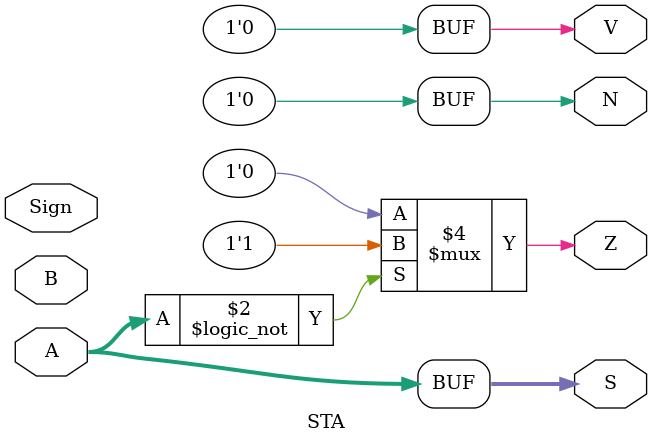
<source format=v>
`timescale 1ns / 1ps

module STA( A, B, Sign, S, Z, V, N);

    input [31:0] A;
    input [31:0] B;
    input Sign;

    output reg [31:0] S;
    output reg Z;
    output reg V;
    output reg N;

    always@(*)
    begin
        S = A;
        V = 0;
        N = 0;
        if (S == 0) Z = 1;
        else Z = 0;
    end

endmodule

</source>
